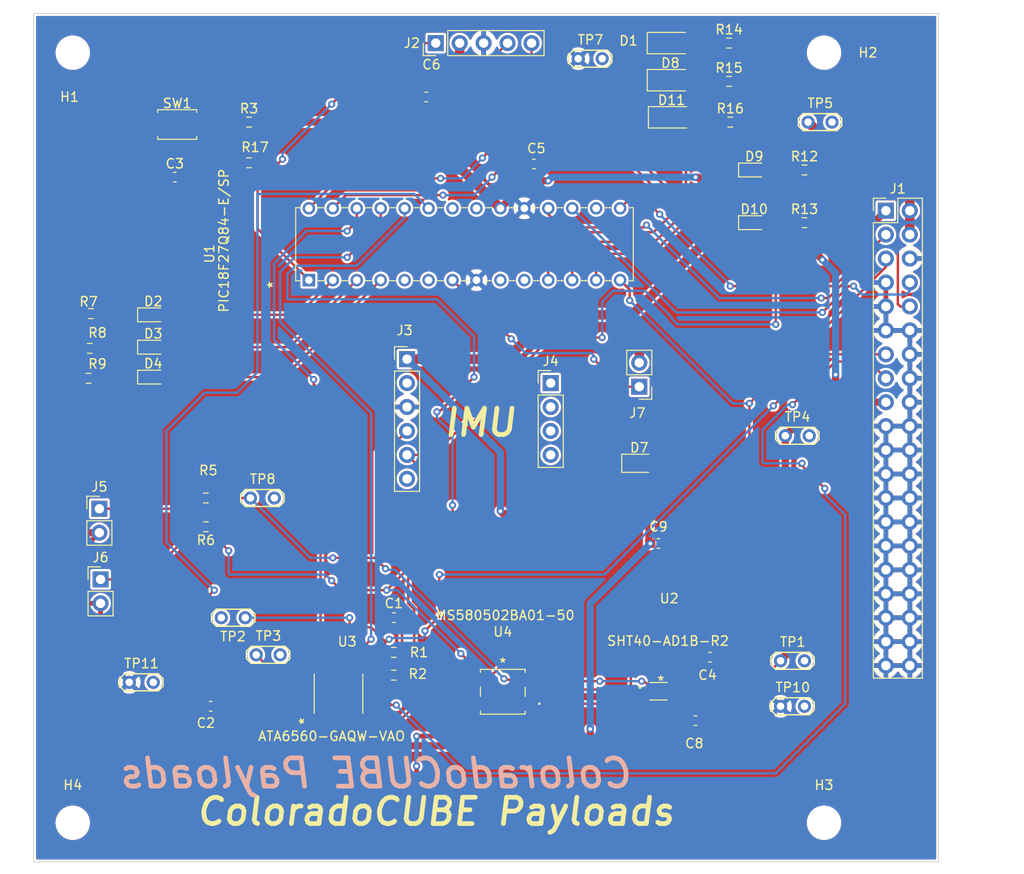
<source format=kicad_pcb>
(kicad_pcb (version 20211014) (generator pcbnew)
  (layers (0 "F.Cu" signal) (31 "B.Cu" signal) (34 "B.Paste" user) (35 "F.Paste" user) (36 "B.SilkS" user "B.Silkscreen") (37 "F.SilkS" user "F.Silkscreen") (38 "B.Mask" user) (39 "F.Mask" user) (44 "Edge.Cuts" user))
  (net 0 "")
  (net 1 "Net-(C1-Pad1)")
  (net 2 "GND")
  (net 3 "/+5V_VDD")
  (net 5 "Net-(D2-Pad1)")
  (net 6 "/LED_1")
  (net 7 "Net-(D3-Pad1)")
  (net 8 "/LED_2")
  (net 9 "Net-(D4-Pad1)")
  (net 10 "/LED_3")
  (net 11 "/LED_4")
  (net 12 "/LED_5")
  (net 14 "/RC6_TX")
  (net 15 "/RC7_RX")
  (net 16 "/CAN_Transceiver/CANH")
  (net 17 "/CAN_Transceiver/CANL")
  (net 18 "/MCLR")
  (net 19 "/ICSPD")
  (net 20 "/ICSPC")
  (net 21 "/SDA_RC4")
  (net 22 "/SCL_RC3")
  (net 23 "/CAN_Transceiver/CAN_RX")
  (net 24 "/CAN_Transceiver/CAN_TX")
  (net 25 "Net-(J7-Pad1)")
  (net 29 "/CAN_Transceiver/NSIL")
  (net 30 "/CAN_Transceiver/STBY")
  (net 31 "/CAN_Transceiver/PWR")
  (net 33 "/+3V3_VDD")
  (net 35 "Net-(D9-Pad2)")
  (net 36 "Net-(D10-Pad2)")
  (net 37 "Net-(D1-Pad1)")
  (net 38 "/RC0_D11")
  (net 39 "Net-(D8-Pad1)")
  (net 40 "/RC1_D12")
  (net 41 "Net-(D11-Pad1)")
  (net 42 "/RC2_D13")
  (net 43 "Net-(C3-Pad2)")
  (net 49 "Net-(J5-Pad1)")
  (net 50 "Net-(J6-Pad1)")
  (footprint "TestPoint:TestPoint_2Pads_Pitch2.54mm_Drill0.8mm" (layer "F.Cu") (at 162.306 46.863)
    (fp_text reference "TP7")
    (fp_text value "TestPoint")
  )
  (footprint "Capacitor_SMD:C_0603_1608Metric_Pad1.08x0.95mm_HandSolder" (layer "F.Cu") (at 142.748 106.172 180)
    (fp_text reference "C1")
    (fp_text value "4.7nF")
  )
  (footprint "Resistor_SMD:R_0603_1608Metric_Pad0.98x0.95mm_HandSolder" (layer "F.Cu") (at 110.49 77.597 180)
    (fp_text reference "R8")
    (fp_text value "330")
  )
  (footprint "LED_SMD:LED_0603_1608Metric_Pad1.05x0.95mm_HandSolder" (layer "F.Cu") (at 117.221 74.041)
    (fp_text reference "D2")
    (fp_text value "RED")
  )
  (footprint "Capacitor_SMD:C_0603_1608Metric_Pad1.08x0.95mm_HandSolder" (layer "F.Cu") (at 170.815 98.298 180)
    (fp_text reference "C9")
    (fp_text value "22uF")
  )
  (footprint "MS5805:MS580502BA01-50" (layer "F.Cu") (at 154.305 114.02695 180)
    (fp_text reference "U4")
    (fp_text value "MS580502BA01-50")
  )
  (footprint "Capacitor_SMD:C_0603_1608Metric_Pad1.08x0.95mm_HandSolder" (layer "F.Cu") (at 119.507 59.436)
    (fp_text reference "C3")
    (fp_text value "0.1uF")
  )
  (footprint "Capacitor_SMD:C_0603_1608Metric_Pad1.08x0.95mm_HandSolder" (layer "F.Cu") (at 176.276 110.363 180)
    (fp_text reference "C4")
    (fp_text value "0.1uF")
  )
  (footprint "footprintsSP:PIC18F27Q84-E&slash_SP" (layer "F.Cu") (at 133.731 70.358 90)
    (fp_text reference "U1")
    (fp_text value "PIC18F27Q84-E/SP")
  )
  (footprint "Connector_PinHeader_2.54mm:PinHeader_1x04_P2.54mm_Vertical" (layer "F.Cu") (at 159.385 81.28)
    (fp_text reference "J4")
    (fp_text value "Conn_01x04")
  )
  (footprint "Resistor_SMD:R_0603_1608Metric_Pad0.98x0.95mm_HandSolder" (layer "F.Cu") (at 110.363 80.772 180)
    (fp_text reference "R9")
    (fp_text value "330")
  )
  (footprint "Resistor_SMD:R_0603_1608Metric_Pad0.98x0.95mm_HandSolder" (layer "F.Cu") (at 122.809 93.472 180)
    (fp_text reference "R5")
    (fp_text value "10k")
  )
  (footprint "LED_SMD:LED_1206_3216Metric_Pad1.42x1.75mm_HandSolder" (layer "F.Cu") (at 172.212 53.086)
    (fp_text reference "D11")
    (fp_text value "LED_Filled")
  )
  (footprint "TestPoint:TestPoint_2Pads_Pitch2.54mm_Drill0.8mm" (layer "F.Cu") (at 126.98 106.172 180)
    (fp_text reference "TP2")
    (fp_text value "TestPoint")
  )
  (footprint "MountingHole:MountingHole_3mm" (layer "F.Cu") (at 108.683 46.23)
    (fp_text reference "H1")
    (fp_text value "3mm_Mounting_Hole")
  )
  (footprint "tem_sensor:SHT40-AD1B-R2" (layer "F.Cu") (at 170.815 113.97295)
    (fp_text reference "U2")
    (fp_text value "SHT40-AD1B-R2")
  )
  (footprint "Resistor_SMD:R_0603_1608Metric_Pad0.98x0.95mm_HandSolder" (layer "F.Cu") (at 122.809 96.52 180)
    (fp_text reference "R6")
    (fp_text value "10k")
  )
  (footprint "TestPoint:TestPoint_2Pads_Pitch2.54mm_Drill0.8mm" (layer "F.Cu") (at 127.528 93.472)
    (fp_text reference "TP8")
    (fp_text value "TestPoint")
  )
  (footprint "Connector_PinHeader_2.54mm:PinHeader_1x06_P2.54mm_Vertical" (layer "F.Cu") (at 144.145 78.74)
    (fp_text reference "J3")
    (fp_text value "Conn_01x06")
  )
  (footprint "Capacitor_SMD:C_0603_1608Metric_Pad1.08x0.95mm_HandSolder" (layer "F.Cu") (at 123.317 115.57 180)
    (fp_text reference "C2")
    (fp_text value "100nF")
  )
  (footprint "TestPoint:TestPoint_2Pads_Pitch2.54mm_Drill0.8mm" (layer "F.Cu") (at 183.769 110.744)
    (fp_text reference "TP1")
    (fp_text value "TestPoint")
  )
  (footprint "Resistor_SMD:R_0603_1608Metric_Pad0.98x0.95mm_HandSolder" (layer "F.Cu") (at 178.435 53.594)
    (fp_text reference "R16")
    (fp_text value "1k")
  )
  (footprint "Resistor_SMD:R_0603_1608Metric_Pad0.98x0.95mm_HandSolder" (layer "F.Cu") (at 142.748 112.268 180)
    (fp_text reference "R2")
    (fp_text value "60")
  )
  (footprint "Resistor_SMD:R_0603_1608Metric_Pad0.98x0.95mm_HandSolder" (layer "F.Cu") (at 178.308 45.212)
    (fp_text reference "R14")
    (fp_text value "1k")
  )
  (footprint "TestPoint:TestPoint_2Pads_Pitch2.54mm_Drill0.8mm" (layer "F.Cu") (at 186.69 53.594)
    (fp_text reference "TP5")
    (fp_text value "TestPoint")
  )
  (footprint "MountingHole:MountingHole_3mm" (layer "F.Cu") (at 108.683 127.93)
    (fp_text reference "H4")
    (fp_text value "3mm_Mounting_Hole")
  )
  (footprint "TestPoint:TestPoint_2Pads_Pitch2.54mm_Drill0.8mm" (layer "F.Cu") (at 183.769 115.57)
    (fp_text reference "TP10")
    (fp_text value "TestPoint")
  )
  (footprint "LED_SMD:LED_0603_1608Metric_Pad1.05x0.95mm_HandSolder" (layer "F.Cu") (at 180.975 58.674)
    (fp_text reference "D9")
    (fp_text value "RED")
  )
  (footprint "LED_SMD:LED_1206_3216Metric_Pad1.42x1.75mm_HandSolder" (layer "F.Cu") (at 172.085 45.212)
    (fp_text reference "D1")
    (fp_text value "LED_Filled")
  )
  (footprint "MountingHole:MountingHole_3mm" (layer "F.Cu") (at 188.383 46.23)
    (fp_text reference "H2")
    (fp_text value "3mm_Mounting_Hole")
  )
  (footprint "Button_Switch_SMD:SW_Push_SPST_NO_Alps_SKRK" (layer "F.Cu") (at 119.761 53.848)
    (fp_text reference "SW1")
    (fp_text value "SW_SPST")
  )
  (footprint "Connector_PinHeader_2.54mm:PinHeader_1x02_P2.54mm_Vertical" (layer "F.Cu") (at 168.783 81.666 180)
    (fp_text reference "J7")
    (fp_text value "Conn_01x02")
  )
  (footprint "Diode_SMD:D_0805_2012Metric_Pad1.15x1.40mm_HandSolder" (layer "F.Cu") (at 168.783 89.789)
    (fp_text reference "D7")
    (fp_text value "DIODE")
  )
  (footprint "Resistor_SMD:R_0603_1608Metric_Pad0.98x0.95mm_HandSolder" (layer "F.Cu") (at 178.308 49.276)
    (fp_text reference "R15")
    (fp_text value "1k")
  )
  (footprint "TestPoint:TestPoint_2Pads_Pitch2.54mm_Drill0.8mm" (layer "F.Cu") (at 184.277 86.868)
    (fp_text reference "TP4")
    (fp_text value "TestPoint")
  )
  (footprint "Resistor_SMD:R_0603_1608Metric_Pad0.98x0.95mm_HandSolder" (layer "F.Cu") (at 186.309 64.262)
    (fp_text reference "R13")
    (fp_text value "270")
  )
  (footprint "Resistor_SMD:R_0603_1608Metric_Pad0.98x0.95mm_HandSolder" (layer "F.Cu") (at 142.748 109.855)
    (fp_text reference "R1")
    (fp_text value "60")
  )
  (footprint "CAN_footprint:ATA6560-GAQW-VAO" (layer "F.Cu") (at 136.87425 114.2365 90)
    (fp_text reference "U3")
    (fp_text value "ATA6560-GAQW-VAO")
  )
  (footprint "Resistor_SMD:R_0603_1608Metric_Pad0.98x0.95mm_HandSolder" (layer "F.Cu") (at 110.617 73.914 180)
    (fp_text reference "R7")
    (fp_text value "330")
  )
  (footprint "Resistor_SMD:R_0603_1608Metric_Pad0.98x0.95mm_HandSolder" (layer "F.Cu") (at 127.381 57.912)
    (fp_text reference "R17")
    (fp_text value "100")
  )
  (footprint "Capacitor_SMD:C_0603_1608Metric_Pad1.08x0.95mm_HandSolder" (layer "F.Cu") (at 157.607 58.039 180)
    (fp_text reference "C5")
    (fp_text value "0.1uF")
  )
  (footprint "Capacitor_SMD:C_0603_1608Metric_Pad1.08x0.95mm_HandSolder" (layer "F.Cu") (at 146.177 50.927 180)
    (fp_text reference "C6")
    (fp_text value "0.1uF")
  )
  (footprint "Resistor_SMD:R_0603_1608Metric_Pad0.98x0.95mm_HandSolder" (layer "F.Cu") (at 186.309 58.674)
    (fp_text reference "R12")
    (fp_text value "470")
  )
  (footprint "Resistor_SMD:R_0603_1608Metric_Pad0.98x0.95mm_HandSolder" (layer "F.Cu") (at 127.381 53.594)
    (fp_text reference "R3")
    (fp_text value "10K")
  )
  (footprint "TestPoint:TestPoint_2Pads_Pitch2.54mm_Drill0.8mm" (layer "F.Cu") (at 128.143 110.109)
    (fp_text reference "TP3")
    (fp_text value "TestPoint")
  )
  (footprint "TestPoint:TestPoint_2Pads_Pitch2.54mm_Drill0.8mm" (layer "F.Cu") (at 114.681 113.03)
    (fp_text reference "TP11")
    (fp_text value "TestPoint")
  )
  (footprint "Connector_PinHeader_2.54mm:PinHeader_1x05_P2.54mm_Vertical" (layer "F.Cu") (at 147.193 45.212 90)
    (fp_text reference "J2")
    (fp_text value "Generic_Conn_01x05")
  )
  (footprint "MountingHole:MountingHole_3mm" (layer "F.Cu") (at 188.383 127.93)
    (fp_text reference "H3")
    (fp_text value "3mm_Mounting_Hole")
  )
  (footprint "LED_SMD:LED_0603_1608Metric_Pad1.05x0.95mm_HandSolder" (layer "F.Cu") (at 117.221 80.645)
    (fp_text reference "D4")
    (fp_text value "YELLOW")
  )
  (footprint "Capacitor_SMD:C_0603_1608Metric_Pad1.08x0.95mm_HandSolder" (layer "F.Cu") (at 174.752 117.094)
    (fp_text reference "C8")
    (fp_text value "0.1uF")
  )
  (footprint "Connector_PinHeader_2.54mm:PinHeader_1x02_P2.54mm_Vertical" (layer "F.Cu") (at 111.633 102.108)
    (fp_text reference "J6")
    (fp_text value "Conn_01x02")
  )
  (footprint "LED_SMD:LED_0603_1608Metric_Pad1.05x0.95mm_HandSolder" (layer "F.Cu") (at 180.975 64.262)
    (fp_text reference "D10")
    (fp_text value "RED")
  )
  (footprint "Connector_PinHeader_2.54mm:PinHeader_1x02_P2.54mm_Vertical" (layer "F.Cu") (at 111.506 94.615)
    (fp_text reference "J5")
    (fp_text value "Conn_01x02")
  )
  (footprint "LED_SMD:LED_0603_1608Metric_Pad1.05x0.95mm_HandSolder" (layer "F.Cu") (at 117.221 77.47)
    (fp_text reference "D3")
    (fp_text value "GREEN")
  )
  (footprint "LED_SMD:LED_1206_3216Metric_Pad1.42x1.75mm_HandSolder" (layer "F.Cu") (at 172.085 49.149)
    (fp_text reference "D8")
    (fp_text value "LED_Filled")
  )
  (footprint "Connector_PinHeader_2.54mm:PinHeader_2x20_P2.54mm_Vertical" (layer "F.Cu") (at 194.945 62.992)
    (fp_text reference "J1")
    (fp_text value "Conn_02x20_Odd_Even")
  )
  (gr_rect (start 104.533 42.08) (end 200.533 132.08) (layer "Edge.Cuts") (width 0.1) (fill none))
  (gr_text "ColoradoCUBE Payloads" (at 140.97 122.682) (layer "B.SilkS") (effects (font (size 3 3) (thickness 0.5) italic) (justify mirror)))
  (gr_text "ColoradoCUBE Payloads" (at 147.193 126.746) (layer "F.SilkS") (effects (font (size 2.794 2.794) (thickness 0.5) italic)))
  (gr_text "IMU" (at 151.892 85.471) (layer "F.SilkS") (effects (font (size 2.794 2.794) (thickness 0.5) italic)))
  (segment (start 143.6105 106.172) (end 143.6105 109.805) (width 0.254) (layer "F.Cu") (net 1))
  (segment (start 143.6605 112.268) (end 143.6605 109.855) (width 0.254) (layer "F.Cu") (net 1))
  (segment (start 143.6105 109.805) (end 143.6605 109.855) (width 0.254) (layer "F.Cu") (net 1))
  (segment (start 168.783 75.311) (end 167.513 74.041) (width 1.016) (layer "F.Cu") (net 3))
  (segment (start 167.758 89.789) (end 166.878 89.789) (width 0.762) (layer "F.Cu") (net 3))
  (segment (start 145.3145 53.1865) (end 144.907 53.594) (width 0.762) (layer "F.Cu") (net 3))
  (segment (start 168.783 79.126) (end 168.783 75.311) (width 1.016) (layer "F.Cu") (net 3))
  (segment (start 196.596 59.563) (end 192.786 59.563) (width 1.016) (layer "F.Cu") (net 3))
  (segment (start 175.006 59.436) (end 174.752 59.436) (width 0.762) (layer "F.Cu") (net 3))
  (segment (start 167.513 74.041) (end 168.021 74.041) (width 1.016) (layer "F.Cu") (net 3))
  (segment (start 159.385 74.041) (end 167.513 74.041) (width 1.016) (layer "F.Cu") (net 3))
  (segment (start 187.198 60.96) (end 187.198 58.6975) (width 1.016) (layer "F.Cu") (net 3))
  (segment (start 168.021 74.041) (end 175.641 66.421) (width 1.016) (layer "F.Cu") (net 3))
  (segment (start 176.657 61.087) (end 187.071 61.087) (width 1.016) (layer "F.Cu") (net 3))
  (segment (start 145.3145 50.927) (end 145.3145 53.1865) (width 0.762) (layer "F.Cu") (net 3))
  (segment (start 192.659 59.563) (end 192.786 59.563) (width 1.016) (layer "F.Cu") (net 3))
  (segment (start 197.485 62.992) (end 197.485 60.452) (width 1.016) (layer "F.Cu") (net 3))
  (segment (start 149.733 45.212) (end 149.733 58.42) (width 1.016) (layer "F.Cu") (net 3))
  (segment (start 175.641 62.103) (end 176.657 61.087) (width 1.016) (layer "F.Cu") (net 3))
  (segment (start 154.305 95.123) (end 154.051 94.869) (width 0.762) (layer "F.Cu") (net 3))
  (segment (start 156.7445 58.039) (end 156.7445 60.0445) (width 0.762) (layer "F.Cu") (net 3))
  (segment (start 197.485 60.452) (end 196.596 59.563) (width 1.016) (layer "F.Cu") (net 3))
  (segment (start 190.373 61.214) (end 187.452 61.214) (width 1.016) (layer "F.Cu") (net 3))
  (segment (start 154.686 78.74) (end 159.385 74.041) (width 1.016) (layer "F.Cu") (net 3))
  (segment (start 156.7445 60.0445) (end 154.051 62.738) (width 0.762) (layer "F.Cu") (net 3))
  (segment (start 149.733 58.42) (end 154.051 62.738) (width 1.016) (layer "F.Cu") (net 3))
  (segment (start 187.071 61.087) (end 187.198 60.96) (width 1.016) (layer "F.Cu") (net 3))
  (segment (start 159.131 59.817) (end 156.972 59.817) (width 0.762) (layer "F.Cu") (net 3))
  (segment (start 186.69 53.594) (end 192.659 59.563) (width 1.016) (layer "F.Cu") (net 3))
  (segment (start 175.641 66.421) (end 175.641 62.103) (width 1.016) (layer "F.Cu") (net 3))
  (segment (start 192.024 59.563) (end 190.373 61.214) (width 1.016) (layer "F.Cu") (net 3))
  (segment (start 187.452 61.214) (end 187.198 60.96) (width 1.016) (layer "F.Cu") (net 3))
  (segment (start 149.733 58.42) (end 144.907 53.594) (width 0.762) (layer "F.Cu") (net 3))
  (segment (start 197.485 65.532) (end 197.485 62.992) (width 1.016) (layer "F.Cu") (net 3))
  (segment (start 144.907 53.594) (end 128.2935 53.594) (width 0.762) (layer "F.Cu") (net 3))
  (segment (start 176.657 61.087) (end 175.006 59.436) (width 0.762) (layer "F.Cu") (net 3))
  (segment (start 187.198 58.6975) (end 187.2215 58.674) (width 1.016) (layer "F.Cu") (net 3))
  (segment (start 192.786 59.563) (end 192.024 59.563) (width 1.016) (layer "F.Cu") (net 3))
  (segment (start 166.878 89.789) (end 161.544 95.123) (width 0.762) (layer "F.Cu") (net 3))
  (segment (start 161.544 95.123) (end 154.305 95.123) (width 0.762) (layer "F.Cu") (net 3))
  (segment (start 144.145 78.74) (end 154.686 78.74) (width 1.016) (layer "F.Cu") (net 3))
  (segment (start 156.972 59.817) (end 156.7445 60.0445) (width 0.762) (layer "F.Cu") (net 3))
  (via (at 154.051 94.869) (size 0.762) (drill 0.381) (layers "F.Cu" "B.Cu") (net 3))
  (via (at 159.131 59.817) (size 0.762) (drill 0.381) (layers "F.Cu" "B.Cu") (net 3))
  (via (at 174.752 59.436) (size 0.762) (drill 0.381) (layers "F.Cu" "B.Cu") (net 3))
  (segment (start 174.752 59.436) (end 159.512 59.436) (width 0.762) (layer "B.Cu") (net 3))
  (segment (start 159.512 59.436) (end 159.131 59.817) (width 0.762) (layer "B.Cu") (net 3))
  (segment (start 154.051 94.869) (end 154.051 88.646) (width 0.762) (layer "B.Cu") (net 3))
  (segment (start 154.051 88.646) (end 144.145 78.74) (width 0.762) (layer "B.Cu") (net 3))
  (segment (start 116.219 73.914) (end 116.346 74.041) (width 0.254) (layer "F.Cu") (net 5))
  (segment (start 111.5295 73.914) (end 116.219 73.914) (width 0.254) (layer "F.Cu") (net 5))
  (segment (start 118.096 74.041) (end 132.588 74.041) (width 0.254) (layer "F.Cu") (net 6))
  (segment (start 132.588 74.041) (end 136.271 70.358) (width 0.254) (layer "F.Cu") (net 6))
  (segment (start 111.4025 77.597) (end 116.219 77.597) (width 0.254) (layer "F.Cu") (net 7))
  (segment (start 116.219 77.597) (end 116.346 77.47) (width 0.254) (layer "F.Cu") (net 7))
  (segment (start 118.096 77.47) (end 131.699 77.47) (width 0.254) (layer "F.Cu") (net 8))
  (segment (start 131.699 77.47) (end 138.811 70.358) (width 0.254) (layer "F.Cu") (net 8))
  (segment (start 116.219 80.772) (end 116.346 80.645) (width 0.254) (layer "F.Cu") (net 9))
  (segment (start 111.2755 80.772) (end 116.219 80.772) (width 0.254) (layer "F.Cu") (net 9))
  (segment (start 131.064 80.645) (end 141.351 70.358) (width 0.254) (layer "F.Cu") (net 10))
  (segment (start 118.096 80.645) (end 131.064 80.645) (width 0.254) (layer "F.Cu") (net 10))
  (segment (start 188.214 73.787) (end 191.008 70.993) (width 0.254) (layer "F.Cu") (net 14))
  (segment (start 191.008 70.993) (end 191.516 70.993) (width 0.254) (layer "F.Cu") (net 14))
  (via (at 188.214 73.787) (size 0.762) (drill 0.381) (layers "F.Cu" "B.Cu") (net 14))
  (via (at 191.516 70.993) (size 0.762) (drill 0.381) (layers "F.Cu" "B.Cu") (net 14))
  (segment (start 172.72 73.787) (end 188.214 73.787) (width 0.254) (layer "B.Cu") (net 14))
  (segment (start 191.516 70.993) (end 192.405 71.882) (width 0.254) (layer "B.Cu") (net 14))
  (segment (start 197.485 71.501) (end 197.485 70.612) (width 0.254) (layer "B.Cu") (net 14))
  (segment (start 192.405 71.882) (end 197.104 71.882) (width 0.254) (layer "B.Cu") (net 14))
  (segment (start 197.104 71.882) (end 197.485 71.501) (width 0.254) (layer "B.Cu") (net 14))
  (segment (start 161.671 62.738) (end 172.72 73.787) (width 0.254) (layer "B.Cu") (net 14))
  (segment (start 196.088 66.802) (end 196.215 66.929) (width 0.254) (layer "F.Cu") (net 15))
  (segment (start 159.131 63.373) (end 160.528 64.77) (width 0.254) (layer "F.Cu") (net 15))
  (segment (start 159.131 62.738) (end 159.131 63.373) (width 0.254) (layer "F.Cu") (net 15))
  (segment (start 194.31 66.802) (end 196.088 66.802) (width 0.254) (layer "F.Cu") (net 15))
  (segment (start 196.469 73.152) (end 197.485 73.152) (width 0.254) (layer "F.Cu") (net 15))
  (segment (start 196.215 66.929) (end 196.215 72.898) (width 0.254) (layer "F.Cu") (net 15))
  (segment (start 188.849 72.263) (end 194.31 66.802) (width 0.254) (layer "F.Cu") (net 15))
  (segment (start 196.215 72.898) (end 196.469 73.152) (width 0.254) (layer "F.Cu") (net 15))
  (segment (start 188.087 72.263) (end 188.849 72.263) (width 0.254) (layer "F.Cu") (net 15))
  (segment (start 160.528 64.77) (end 169.291 64.77) (width 0.254) (layer "F.Cu") (net 15))
  (segment (start 169.291 64.77) (end 169.545 64.516) (width 0.254) (layer "F.Cu") (net 15))
  (via (at 169.545 64.516) (size 0.762) (drill 0.381) (layers "F.Cu" "B.Cu") (net 15))
  (via (at 188.087 72.263) (size 0.762) (drill 0.381) (layers "F.Cu" "B.Cu") (net 15))
  (segment (start 177.292 72.263) (end 188.087 72.263) (width 0.254) (layer "B.Cu") (net 15))
  (segment (start 169.545 64.516) (end 177.292 72.263) (width 0.254) (layer "B.Cu") (net 15))
  (segment (start 188.468 78.232) (end 194.945 78.232) (width 0.254) (layer "F.Cu") (net 16))
  (segment (start 141.8355 108.6885) (end 142.0095 108.6885) (width 0.254) (layer "F.Cu") (net 16))
  (segment (start 136.23925 108.61675) (end 137.668 107.188) (width 0.254) (layer "F.Cu") (net 16))
  (segment (start 138.049 106.172) (end 138.049 107.061) (width 0.254) (layer "F.Cu") (net 16))
  (segment (start 138.176 107.188) (end 140.335 107.188) (width 0.254) (layer "F.Cu") (net 16))
  (segment (start 142.0095 108.6885) (end 142.24 108.458) (width 0.254) (layer "F.Cu") (net 16))
  (segment (start 146.05 107.569) (end 147.574 106.045) (width 0.254) (layer "F.Cu") (net 16))
  (segment (start 183.007 83.693) (end 188.468 78.232) (width 0.254) (layer "F.Cu") (net 16))
  (segment (start 137.668 107.188) (end 138.176 107.188) (width 0.254) (layer "F.Cu") (net 16))
  (segment (start 141.8355 108.6885) (end 141.8355 109.855) (width 0.254) (layer "F.Cu") (net 16))
  (segment (start 140.335 107.188) (end 141.8355 108.6885) (width 0.254) (layer "F.Cu") (net 16))
  (segment (start 147.574 106.045) (end 147.574 101.6) (width 0.254) (layer "F.Cu") (net 16))
  (segment (start 136.23925 111.5822) (end 136.23925 108.61675) (width 0.254) (layer "F.Cu") (net 16))
  (segment (start 138.049 107.061) (end 138.176 107.188) (width 0.254) (layer "F.Cu") (net 16))
  (via (at 146.05 107.569) (size 0.762) (drill 0.381) (layers "F.Cu" "B.Cu") (net 16))
  (via (at 142.24 108.458) (size 0.762) (drill 0.381) (layers "F.Cu" "B.Cu") (net 16))
  (via (at 138.049 106.172) (size 0.762) (drill 0.381) (layers "F.Cu" "B.Cu") (net 16))
  (via (at 183.007 83.693) (size 0.762) (drill 0.381) (layers "F.Cu" "B.Cu") (net 16))
  (via (at 147.574 101.6) (size 0.762) (drill 0.381) (layers "F.Cu" "B.Cu") (net 16))
  (segment (start 146.05 108.077) (end 146.05 107.569) (width 0.254) (layer "B.Cu") (net 16))
  (segment (start 142.24 108.458) (end 142.367 108.331) (width 0.254) (layer "B.Cu") (net 16))
  (segment (start 165.1 101.6) (end 183.007 83.693) (width 0.254) (layer "B.Cu") (net 16))
  (segment (start 147.574 101.6) (end 165.1 101.6) (width 0.254) (layer "B.Cu") (net 16))
  (segment (start 145.796 108.331) (end 146.05 108.077) (width 0.254) (layer "B.Cu") (net 16))
  (segment (start 126.98 106.172) (end 138.049 106.172) (width 0.254) (layer "B.Cu") (net 16))
  (segment (start 142.367 108.331) (end 145.796 108.331) (width 0.254) (layer "B.Cu") (net 16))
  (segment (start 141.8355 114.7845) (end 142.367 115.316) (width 0.254) (layer "F.Cu") (net 17))
  (segment (start 138.684 113.538) (end 137.50925 112.36325) (width 0.254) (layer "F.Cu") (net 17))
  (segment (start 185.801 90.043) (end 186.055 89.789) (width 0.254) (layer "F.Cu") (net 17))
  (segment (start 141.8355 112.268) (end 141.8355 114.7845) (width 0.254) (layer "F.Cu") (net 17))
  (segment (start 189.611 78.994) (end 193.167 78.994) (width 0.254) (layer "F.Cu") (net 17))
  (segment (start 141.8355 112.268) (end 140.5655 113.538) (width 0.254) (layer "F.Cu") (net 17))
  (segment (start 142.367 115.316) (end 142.494 115.443) (width 0.254) (layer "F.Cu") (net 17))
  (segment (start 185.039 83.566) (end 189.611 78.994) (width 0.254) (layer "F.Cu") (net 17))
  (segment (start 128.143 110.109) (end 131.953 113.919) (width 0.254) (layer "F.Cu") (net 17))
  (segment (start 131.953 113.919) (end 140.1845 113.919) (width 0.254) (layer "F.Cu") (net 17))
  (segment (start 140.5655 113.538) (end 138.684 113.538) (width 0.254) (layer "F.Cu") (net 17))
  (segment (start 186.055 90.043) (end 185.801 90.043) (width 0.254) (layer "F.Cu") (net 17))
  (segment (start 193.167 78.994) (end 194.945 80.772) (width 0.254) (layer "F.Cu") (net 17))
  (segment (start 137.50925 112.36325) (end 137.50925 111.5822) (width 0.254) (layer "F.Cu") (net 17))
  (segment (start 140.1845 113.919) (end 141.8355 112.268) (width 0.254) (layer "F.Cu") (net 17))
  (segment (start 188.468 92.456) (end 186.055 90.043) (width 0.254) (layer "F.Cu") (net 17))
  (segment (start 142.494 115.443) (end 143.002 115.443) (width 0.254) (layer "F.Cu") (net 17))
  (via (at 143.002 115.443) (size 0.762) (drill 0.381) (layers "F.Cu" "B.Cu") (net 17))
  (via (at 188.468 92.456) (size 0.762) (drill 0.381) (layers "F.Cu" "B.Cu") (net 17))
  (via (at 186.055 89.789) (size 0.762) (drill 0.381) (layers "F.Cu" "B.Cu") (net 17))
  (via (at 185.039 83.566) (size 0.762) (drill 0.381) (layers "F.Cu" "B.Cu") (net 17))
  (segment (start 184.531 83.566) (end 185.039 83.566) (width 0.254) (layer "B.Cu") (net 17))
  (segment (start 188.468 93.091) (end 188.468 92.837) (width 0.254) (layer "B.Cu") (net 17))
  (segment (start 186.055 89.789) (end 181.991 89.789) (width 0.254) (layer "B.Cu") (net 17))
  (segment (start 181.991 89.789) (end 181.864 89.662) (width 0.254) (layer "B.Cu") (net 17))
  (segment (start 143.002 115.443) (end 150.241 122.682) (width 0.254) (layer "B.Cu") (net 17))
  (segment (start 190.627 95.25) (end 188.468 93.091) (width 0.254) (layer "B.Cu") (net 17))
  (segment (start 183.261 122.682) (end 190.627 115.316) (width 0.254) (layer "B.Cu") (net 17))
  (segment (start 188.595 92.71) (end 188.468 92.583) (width 0.254) (layer "B.Cu") (net 17))
  (segment (start 181.864 86.233) (end 184.531 83.566) (width 0.254) (layer "B.Cu") (net 17))
  (segment (start 188.468 92.583) (end 188.468 92.456) (width 0.254) (layer "B.Cu") (net 17))
  (segment (start 188.468 92.837) (end 188.595 92.71) (width 0.254) (layer "B.Cu") (net 17))
  (segment (start 181.864 89.662) (end 181.864 86.233) (width 0.254) (layer "B.Cu") (net 17))
  (segment (start 190.627 115.316) (end 190.627 95.25) (width 0.254) (layer "B.Cu") (net 17))
  (segment (start 150.241 122.682) (end 183.261 122.682) (width 0.254) (layer "B.Cu") (net 17))
  (segment (start 130.556 57.912) (end 128.2935 57.912) (width 0.254) (layer "F.Cu") (net 18))
  (segment (start 142.621 45.212) (end 136.144 51.689) (width 0.254) (layer "F.Cu") (net 18))
  (segment (start 147.193 45.212) (end 142.621 45.212) (width 0.254) (layer "F.Cu") (net 18))
  (segment (start 130.937 57.531) (end 130.556 57.912) (width 0.254) (layer "F.Cu") (net 18))
  (segment (start 133.731 70.358) (end 128.2935 64.9205) (width 0.254) (layer "F.Cu") (net 18))
  (segment (start 128.2935 64.9205) (end 128.2935 57.912) (width 0.254) (layer "F.Cu") (net 18))
  (via (at 130.937 57.531) (size 0.762) (drill 0.381) (layers "F.Cu" "B.Cu") (net 18))
  (via (at 136.144 51.689) (size 0.762) (drill 0.381) (layers "F.Cu" "B.Cu") (net 18))
  (segment (start 136.144 51.689) (end 130.937 56.896) (width 0.254) (layer "B.Cu") (net 18))
  (segment (start 130.937 56.896) (end 130.937 57.531) (width 0.254) (layer "B.Cu") (net 18))
  (segment (start 154.813 45.212) (end 152.527 47.498) (width 0.254) (layer "F.Cu") (net 19))
  (segment (start 147.701 59.563) (end 136.906 59.563) (width 0.254) (layer "F.Cu") (net 19))
  (segment (start 152.527 56.007) (end 152.527 57.023) (width 0.254) (layer "F.Cu") (net 19))
  (segment (start 152.527 47.498) (end 152.527 56.007) (width 0.254) (layer "F.Cu") (net 19))
  (segment (start 152.527 57.023) (end 152.146 57.404) (width 0.254) (layer "F.Cu") (net 19))
  (segment (start 136.906 59.563) (end 133.731 62.738) (width 0.254) (layer "F.Cu") (net 19))
  (via (at 147.701 59.563) (size 0.762) (drill 0.381) (layers "F.Cu" "B.Cu") (net 19))
  (via (at 152.146 57.404) (size 0.762) (drill 0.381) (layers "F.Cu" "B.Cu") (net 19))
  (segment (start 149.987 59.563) (end 147.701 59.563) (width 0.254) (layer "B.Cu") (net 19))
  (segment (start 152.146 57.404) (end 149.987 59.563) (width 0.254) (layer "B.Cu") (net 19))
  (segment (start 157.353 55.245) (end 153.162 59.436) (width 0.254) (layer "F.Cu") (net 20))
  (segment (start 147.955 61.341) (end 137.668 61.341) (width 0.254) (layer "F.Cu") (net 20))
  (segment (start 137.668 61.341) (end 136.271 62.738) (width 0.254) (layer "F.Cu") (net 20))
  (segment (start 157.353 45.212) (end 157.353 55.245) (width 0.254) (layer "F.Cu") (net 20))
  (via (at 153.162 59.436) (size 0.762) (drill 0.381) (layers "F.Cu" "B.Cu") (net 20))
  (via (at 147.955 61.341) (size 0.762) (drill 0.381) (layers "F.Cu" "B.Cu") (net 20))
  (segment (start 153.162 59.436) (end 151.257 61.341) (width 0.254) (layer "B.Cu") (net 20))
  (segment (start 151.257 61.341) (end 147.955 61.341) (width 0.254) (layer "B.Cu") (net 20))
  (segment (start 137.16 103.251) (end 136.144 102.235) (width 0.254) (layer "F.Cu") (net 21))
  (segment (start 164.592 112.903) (end 158.877 112.903) (width 0.254) (layer "F.Cu") (net 21))
  (segment (start 189.484 70.993) (end 194.945 65.532) (width 0.254) (layer "F.Cu") (net 21))
  (segment (start 157.226 111.252) (end 154.159951 111.252) (width 0.254) (layer "F.Cu") (net 21))
  (segment (start 144.145 88.9) (end 146.939 88.9) (width 0.254) (layer "F.Cu") (net 21))
  (segment (start 146.939 88.9) (end 156.083 79.756) (width 0.254) (layer "F.Cu") (net 21))
  (segment (start 156.083 79.756) (end 159.385 76.454) (width 0.254) (layer "F.Cu") (net 21))
  (segment (start 169.672 62.103) (end 170.942 63.373) (width 0.254) (layer "F.Cu") (net 21))
  (segment (start 146.685 90.932) (end 146.685 98.552) (width 0.254) (layer "F.Cu") (net 21))
  (segment (start 169.037 112.903) (end 169.291 112.903) (width 0.254) (layer "F.Cu") (net 21))
  (segment (start 144.145 88.9) (end 146.177 90.932) (width 0.254) (layer "F.Cu") (net 21))
  (segment (start 166.751 62.738) (end 167.386 62.103) (width 0.254) (layer "F.Cu") (net 21))
  (segment (start 169.291 112.903) (end 169.960951 113.572951) (width 0.254) (layer "F.Cu") (net 21))
  (segment (start 183.261 75.057) (end 183.261 71.12) (width 0.254) (layer "F.Cu") (net 21))
  (segment (start 178.435 70.993) (end 183.388 70.993) (width 0.254) (layer "F.Cu") (net 21))
  (segment (start 146.685 98.552) (end 141.986 103.251) (width 0.254) (layer "F.Cu") (net 21))
  (segment (start 152.655001 112.75695) (end 152.63495 112.75695) (width 0.254) (layer "F.Cu") (net 21))
  (segment (start 169.960951 113.572951) (end 170.0657 113.572951) (width 0.254) (layer "F.Cu") (net 21))
  (segment (start 154.159951 111.252) (end 152.655001 112.75695) (width 0.254) (layer "F.Cu") (net 21))
  (segment (start 125.222 99.06) (end 123.7215 97.5595) (width 0.254) (layer "F.Cu") (net 21))
  (segment (start 158.877 112.903) (end 157.226 111.252) (width 0.254) (layer "F.Cu") (net 21))
  (segment (start 152.63495 112.75695) (end 149.86 109.982) (width 0.254) (layer "F.Cu") (net 21))
  (segment (start 141.986 103.251) (end 137.16 103.251) (width 0.254) (layer "F.Cu") (net 21))
  (segment (start 183.261 71.12) (end 183.388 70.993) (width 0.254) (layer "F.Cu") (net 21))
  (segment (start 146.177 90.932) (end 146.685 90.932) (width 0.254) (layer "F.Cu") (net 21))
  (segment (start 159.385 76.454) (end 164.846 76.454) (width 0.254) (layer "F.Cu") (net 21))
  (segment (start 167.386 62.103) (end 169.672 62.103) (width 0.254) (layer "F.Cu") (net 21))
  (segment (start 123.7215 97.5595) (end 123.7215 96.52) (width 0.254) (layer "F.Cu") (net 21))
  (segment (start 183.388 70.993) (end 189.484 70.993) (width 0.254) (layer "F.Cu") (net 21))
  (via (at 136.144 102.235) (size 0.762) (drill 0.381) (layers "F.Cu" "B.Cu") (net 21))
  (via (at 178.435 70.993) (size 0.762) (drill 0.381) (layers "F.Cu" "B.Cu") (net 21))
  (via (at 164.592 112.903) (size 0.762) (drill 0.381) (layers "F.Cu" "B.Cu") (net 21))
  (via (at 170.942 63.373) (size 0.762) (drill 0.381) (layers "F.Cu" "B.Cu") (net 21))
  (via (at 141.986 103.251) (size 0.762) (drill 0.381) (layers "F.Cu" "B.Cu") (net 21))
  (via (at 125.222 99.06) (size 0.762) (drill 0.381) (layers "F.Cu" "B.Cu") (net 21))
  (via (at 149.86 109.982) (size 0.762) (drill 0.381) (layers "F.Cu" "B.Cu") (net 21))
  (via (at 164.846 76.454) (size 0.762) (drill 0.381) (layers "F.Cu" "B.Cu") (net 21))
  (via (at 183.261 75.057) (size 0.762) (drill 0.381) (layers "F.Cu" "B.Cu") (net 21))
  (via (at 169.037 112.903) (size 0.762) (drill 0.381) (layers "F.Cu" "B.Cu") (net 21))
  (segment (start 172.212 74.422) (end 172.847 75.057) (width 0.254) (layer "B.Cu") (net 21))
  (segment (start 164.846 72.644) (end 164.973 72.517) (width 0.254) (layer "B.Cu") (net 21))
  (segment (start 169.418 71.501) (end 172.212 74.295) (width 0.254) (layer "B.Cu") (net 21))
  (segment (start 149.86 109.982) (end 143.129 103.251) (width 0.254) (layer "B.Cu") (net 21))
  (segment (start 125.222 101.473) (end 125.222 99.06) (width 0.254) (layer "B.Cu") (net 21))
  (segment (start 125.349 101.6) (end 125.222 101.473) (width 0.254) (layer "B.Cu") (net 21))
  (segment (start 164.846 76.454) (end 164.846 72.644) (width 0.254) (layer "B.Cu") (net 21))
  (segment (start 172.212 74.295) (end 172.212 74.422) (width 0.254) (layer "B.Cu") (net 21))
  (segment (start 164.973 72.517) (end 165.989 71.501) (width 0.254) (layer "B.Cu") (net 21))
  (segment (start 170.942 63.373) (end 178.435 70.866) (width 0.254) (layer "B.Cu") (net 21))
  (segment (start 168.656 112.903) (end 169.037 112.903) (width 0.254) (layer "B.Cu") (net 21))
  (segment (start 143.129 103.251) (end 141.986 103.251) (width 0.254) (layer "B.Cu") (net 21))
  (segment (start 136.144 102.235) (end 135.509 101.6) (width 0.254) (layer "B.Cu") (net 21))
  (segment (start 165.989 71.501) (end 169.418 71.501) (width 0.254) (layer "B.Cu") (net 21))
  (segment (start 178.435 70.866) (end 178.435 70.993) (width 0.254) (layer "B.Cu") (net 21))
  (segment (start 172.847 75.057) (end 183.261 75.057) (width 0.254) (layer "B.Cu") (net 21))
  (segment (start 135.509 101.6) (end 125.349 101.6) (width 0.254) (layer "B.Cu") (net 21))
  (segment (start 168.656 112.903) (end 164.592 112.903) (width 0.254) (layer "B.Cu") (net 21))
  (segment (start 154.53995 112.75695) (end 154.432 112.649) (width 0.254) (layer "F.Cu") (net 22))
  (segment (start 180.467 83.439) (end 194.945 68.961) (width 0.254) (layer "F.Cu") (net 22))
  (segment (start 167.894 113.792) (end 167.894 106.299) (width 0.254) (layer "F.Cu") (net 22))
  (segment (start 167.894 113.792) (end 156.990049 113.792) (width 0.254) (layer "F.Cu") (net 22))
  (segment (start 141.859 100.965) (end 141.224 100.33) (width 0.254) (layer "F.Cu") (net 22))
  (segment (start 141.859 88.646) (end 140.97 88.646) (width 0.254) (layer "F.Cu") (net 22))
  (segment (start 140.716 99.822) (end 136.271 99.822) (width 0.254) (layer "F.Cu") (net 22))
  (segment (start 141.224 100.33) (end 140.716 99.822) (width 0.254) (layer "F.Cu") (net 22))
  (segment (start 168.474949 114.372949) (end 167.894 113.792) (width 0.254) (layer "F.Cu") (net 22))
  (segment (start 123.7215 93.472) (end 127.528 93.472) (width 0.254) (layer "F.Cu") (net 22))
  (segment (start 155.954999 112.75695) (end 154.53995 112.75695) (width 0.254) (layer "F.Cu") (net 22))
  (segment (start 180.467 93.726) (end 180.467 84.201) (width 0.254) (layer "F.Cu") (net 22))
  (segment (start 194.945 68.961) (end 194.945 68.072) (width 0.254) (layer "F.Cu") (net 22))
  (segment (start 170.0657 114.372949) (end 168.474949 114.372949) (width 0.254) (layer "F.Cu") (net 22))
  (segment (start 180.213 93.98) (end 180.467 93.726) (width 0.254) (layer "F.Cu") (net 22))
  (segment (start 166.751 70.358) (end 167.767 71.374) (width 0.254) (layer "F.Cu") (net 22))
  (segment (start 167.767 71.374) (end 167.767 72.517) (width 0.254) (layer "F.Cu") (net 22))
  (segment (start 140.97 88.646) (end 140.97 100.076) (width 0.254) (layer "F.Cu") (net 22))
  (segment (start 144.145 86.36) (end 141.859 88.646) (width 0.254) (layer "F.Cu") (net 22))
  (segment (start 167.894 106.299) (end 180.213 93.98) (width 0.254) (layer "F.Cu") (net 22))
  (segment (start 140.97 100.076) (end 141.224 100.33) (width 0.254) (layer "F.Cu") (net 22))
  (segment (start 156.990049 113.792) (end 155.954999 112.75695) (width 0.254) (layer "F.Cu") (net 22))
  (segment (start 180.467 84.201) (end 180.467 83.439) (width 0.254) (layer "F.Cu") (net 22))
  (via (at 167.767 72.517) (size 0.762) (drill 0.381) (layers "F.Cu" "B.Cu") (net 22))
  (via (at 141.859 100.965) (size 0.762) (drill 0.381) (layers "F.Cu" "B.Cu") (net 22))
  (via (at 154.432 112.649) (size 0.762) (drill 0.381) (layers "F.Cu" "B.Cu") (net 22))
  (via (at 180.467 83.439) (size 0.762) (drill 0.381) (layers "F.Cu" "B.Cu") (net 22))
  (via (at 136.271 99.822) (size 0.762) (drill 0.381) (layers "F.Cu" "B.Cu") (net 22))
  (segment (start 136.271 99.822) (end 133.878 99.822) (width 0.254) (layer "B.Cu") (net 22))
  (segment (start 142.24 101.092) (end 141.986 101.092) (width 0.254) (layer "B.Cu") (net 22))
  (segment (start 133.878 99.822) (end 127.528 93.472) (width 0.254) (layer "B.Cu") (net 22))
  (segment (start 141.986 101.092) (end 141.859 100.965) (width 0.254) (layer "B.Cu") (net 22))
  (segment (start 142.875 101.092) (end 142.24 101.092) (width 0.254) (layer "B.Cu") (net 22))
  (segment (start 167.767 72.517) (end 178.689 83.439) (width 0.254) (layer "B.Cu") (net 22))
  (segment (start 178.689 83.439) (end 180.467 83.439) (width 0.254) (layer "B.Cu") (net 22))
  (segment (start 154.432 112.649) (end 142.875 101.092) (width 0.254) (layer "B.Cu") (net 22))
  (segment (start 147.32 84.328) (end 147.574 84.328) (width 0.254) (layer "F.Cu") (net 23))
  (segment (start 144.907 115.57) (end 143.5862 116.8908) (width 0.254) (layer "F.Cu") (net 23))
  (segment (start 143.5862 116.8908) (end 138.77925 116.8908) (width 0.254) (layer "F.Cu") (net 23))
  (segment (start 144.272 101.981) (end 144.272 104.648) (width 0.254) (layer "F.Cu") (net 23))
  (segment (start 144.907 105.283) (end 144.907 115.57) (width 0.254) (layer "F.Cu") (net 23))
  (segment (start 148.971 97.282) (end 144.272 101.981) (width 0.254) (layer "F.Cu") (net 23))
  (segment (start 148.971 94.234) (end 148.971 97.282) (width 0.254) (layer "F.Cu") (net 23))
  (segment (start 147.574 84.328) (end 151.257 80.645) (width 0.254) (layer "F.Cu") (net 23))
  (segment (start 144.272 104.648) (end 144.907 105.283) (width 0.254) (layer "F.Cu") (net 23))
  (via (at 151.257 80.645) (size 0.762) (drill 0.381) (layers "F.Cu" "B.Cu") (net 23))
  (via (at 147.32 84.328) (size 0.762) (drill 0.381) (layers "F.Cu" "B.Cu") (net 23))
  (via (at 148.971 94.234) (size 0.762) (drill 0.381) (layers "F.Cu" "B.Cu") (net 23))
  (segment (start 148.971 94.234) (end 148.971 86.614) (width 0.254) (layer "B.Cu") (net 23))
  (segment (start 147.32 72.39) (end 131.445 72.39) (width 0.254) (layer "B.Cu") (net 23))
  (segment (start 151.257 80.645) (end 151.257 76.327) (width 0.254) (layer "B.Cu") (net 23))
  (segment (start 151.257 76.327) (end 147.32 72.39) (width 0.254) (layer "B.Cu") (net 23))
  (segment (start 138.811 68.834) (end 143.891 63.754) (width 0.254) (layer "B.Cu") (net 23))
  (segment (start 131.445 69.723) (end 132.334 68.834) (width 0.254) (layer "B.Cu") (net 23))
  (segment (start 143.891 63.754) (end 143.891 62.738) (width 0.254) (layer "B.Cu") (net 23))
  (segment (start 147.32 84.963) (end 147.32 84.328) (width 0.254) (layer "B.Cu") (net 23))
  (segment (start 148.971 86.614) (end 147.32 84.963) (width 0.254) (layer "B.Cu") (net 23))
  (segment (start 132.334 68.834) (end 138.811 68.834) (width 0.254) (layer "B.Cu") (net 23))
  (segment (start 131.445 72.39) (end 131.445 69.723) (width 0.254) (layer "B.Cu") (net 23))
  (segment (start 120.65 107.188) (end 120.65 106.299) (width 0.254) (layer "F.Cu") (net 24))
  (segment (start 134.96925 116.8908) (end 130.3528 116.8908) (width 0.254) (layer "F.Cu") (net 24))
  (segment (start 130.3528 116.8908) (end 120.65 107.188) (width 0.254) (layer "F.Cu") (net 24))
  (segment (start 120.65 106.299) (end 123.698 103.251) (width 0.254) (layer "F.Cu") (net 24))
  (via (at 123.698 103.251) (size 0.762) (drill 0.381) (layers "F.Cu" "B.Cu") (net 24))
  (segment (start 123.698 103.251) (end 118.618 98.171) (width 0.254) (layer "B.Cu") (net 24))
  (segment (start 118.618 86.36) (end 122.682 82.296) (width 0.254) (layer "B.Cu") (net 24))
  (segment (start 128.27 80.137) (end 128.27 61.214) (width 0.254) (layer "B.Cu") (net 24))
  (segment (start 128.27 61.214) (end 144.907 61.214) (width 0.254) (layer "B.Cu") (net 24))
  (segment (start 122.682 82.296) (end 126.111 82.296) (width 0.254) (layer "B.Cu") (net 24))
  (segment (start 118.618 98.171) (end 118.618 86.36) (width 0.254) (layer "B.Cu") (net 24))
  (segment (start 144.907 61.214) (end 146.431 62.738) (width 0.254) (layer "B.Cu") (net 24))
  (segment (start 126.111 82.296) (end 128.27 80.137) (width 0.254) (layer "B.Cu") (net 24))
  (segment (start 166.883 81.666) (end 168.783 81.666) (width 0.254) (layer "F.Cu") (net 25))
  (segment (start 148.971 70.358) (end 155.194 76.581) (width 0.254) (layer "F.Cu") (net 25))
  (segment (start 163.957 78.74) (end 166.883 81.666) (width 0.254) (layer "F.Cu") (net 25))
  (via (at 163.957 78.74) (size 0.762) (drill 0.381) (layers "F.Cu" "B.Cu") (net 25))
  (via (at 155.194 76.581) (size 0.762) (drill 0.381) (layers "F.Cu" "B.Cu") (net 25))
  (segment (start 163.957 78.359) (end 163.957 78.74) (width 0.254) (layer "B.Cu") (net 25))
  (segment (start 155.194 76.581) (end 156.718 78.105) (width 0.254) (layer "B.Cu") (net 25))
  (segment (start 156.718 78.105) (end 163.703 78.105) (width 0.254) (layer "B.Cu") (net 25))
  (segment (start 163.703 78.105) (end 163.957 78.359) (width 0.254) (layer "B.Cu") (net 25))
  (segment (start 141.351 64.389) (end 137.795 67.945) (width 0.254) (layer "F.Cu") (net 29))
  (segment (start 140.335 108.458) (end 138.77925 110.01375) (width 0.254) (layer "F.Cu") (net 29))
  (segment (start 141.351 62.738) (end 141.351 64.389) (width 0.254) (layer "F.Cu") (net 29))
  (segment (start 138.77925 110.01375) (end 138.77925 111.5822) (width 0.254) (layer "F.Cu") (net 29))
  (via (at 137.795 67.945) (size 0.762) (drill 0.381) (layers "F.Cu" "B.Cu") (net 29))
  (via (at 140.335 108.458) (size 0.762) (drill 0.381) (layers "F.Cu" "B.Cu") (net 29))
  (segment (start 130.683 69.469) (end 130.683 74.803) (width 0.254) (layer "B.Cu") (net 29))
  (segment (start 130.683 74.803) (end 134.493 78.613) (width 0.254) (layer "B.Cu") (net 29))
  (segment (start 134.493 78.613) (end 140.335 84.455) (width 0.254) (layer "B.Cu") (net 29))
  (segment (start 137.795 67.945) (end 132.207 67.945) (width 0.254) (layer "B.Cu") (net 29))
  (segment (start 140.335 106.553) (end 140.335 108.458) (width 0.254) (layer "B.Cu") (net 29))
  (segment (start 140.335 84.455) (end 140.335 106.553) (width 0.254) (layer "B.Cu") (net 29))
  (segment (start 132.207 67.945) (end 130.683 69.469) (width 0.254) (layer "B.Cu") (net 29))
  (segment (start 137.795 65.151) (end 138.811 64.135) (width 0.254) (layer "F.Cu") (net 30))
  (segment (start 134.239 81.407) (end 134.239 80.899) (width 0.254) (layer "F.Cu") (net 30))
  (segment (start 134.493 81.661) (end 134.239 81.407) (width 0.254) (layer "F.Cu") (net 30))
  (segment (start 134.96925 111.5822) (end 134.96925 82.13725) (width 0.254) (layer "F.Cu") (net 30))
  (segment (start 138.811 64.135) (end 138.811 62.738) (width 0.254) (layer "F.Cu") (net 30))
  (segment (start 134.96925 82.13725) (end 134.493 81.661) (width 0.254) (layer "F.Cu") (net 30))
  (via (at 137.795 65.151) (size 0.762) (drill 0.381) (layers "F.Cu" "B.Cu") (net 30))
  (via (at 134.239 80.899) (size 0.762) (drill 0.381) (layers "F.Cu" "B.Cu") (net 30))
  (segment (start 133.477 65.151) (end 137.795 65.151) (width 0.254) (layer "B.Cu") (net 30))
  (segment (start 130.048 68.58) (end 133.477 65.151) (width 0.254) (layer "B.Cu") (net 30))
  (segment (start 134.239 80.899) (end 130.048 76.708) (width 0.254) (layer "B.Cu") (net 30))
  (segment (start 130.048 76.708) (end 130.048 68.58) (width 0.254) (layer "B.Cu") (net 30))
  (segment (start 137.50925 119.41175) (end 137.8585 119.761) (width 0.762) (layer "F.Cu") (net 31))
  (segment (start 169.808 98.1535) (end 169.9525 98.298) (width 0.762) (layer "F.Cu") (net 31))
  (segment (start 137.50925 116.8908) (end 137.50925 119.41175) (width 0.762) (layer "F.Cu") (net 31))
  (segment (start 137.8585 119.761) (end 163.449 119.761) (width 0.762) (layer "F.Cu") (net 31))
  (segment (start 169.808 89.789) (end 169.808 98.1535) (width 0.762) (layer "F.Cu") (net 31))
  (segment (start 163.449 119.761) (end 163.576 119.634) (width 0.762) (layer "F.Cu") (net 31))
  (segment (start 137.50925 122.45975) (end 137.287 122.682) (width 0.762) (layer "F.Cu") (net 31))
  (segment (start 163.576 119.634) (end 163.576 117.983) (width 0.762) (layer "F.Cu") (net 31))
  (segment (start 137.287 122.682) (end 131.2915 122.682) (width 0.762) (layer "F.Cu") (net 31))
  (segment (start 137.50925 119.41175) (end 137.50925 122.45975) (width 0.762) (layer "F.Cu") (net 31))
  (segment (start 131.2915 122.682) (end 124.1795 115.57) (width 0.762) (layer "F.Cu") (net 31))
  (via (at 163.576 117.983) (size 0.762) (drill 0.381) (layers "F.Cu" "B.Cu") (net 31))
  (via (at 169.9525 98.298) (size 0.762) (drill 0.381) (layers "F.Cu" "B.Cu") (net 31))
  (segment (start 163.576 117.983) (end 163.576 104.6745) (width 0.762) (layer "B.Cu") (net 31))
  (segment (start 163.576 104.6745) (end 169.9525 98.298) (width 0.762) (layer "B.Cu") (net 31))
  (segment (start 155.954999 115.29695) (end 171.08805 115.29695) (width 0.254) (layer "F.Cu") (net 33))
  (segment (start 152.506949 118.745) (end 155.954999 115.29695) (width 0.508) (layer "F.Cu") (net 33))
  (segment (start 111.506 97.155) (end 109.22 99.441) (width 0.508) (layer "F.Cu") (net 33))
  (segment (start 187.2215 64.262) (end 187.2215 67.2065) (width 0.762) (layer "F.Cu") (net 33))
  (segment (start 189.0395 82.1055) (end 189.611 81.534) (width 0.762) (layer "F.Cu") (net 33))
  (segment (start 122.174 123.952) (end 145.161 123.952) (width 0.508) (layer "F.Cu") (net 33))
  (segment (start 190.246 83.312) (end 189.0395 82.1055) (width 0.762) (layer "F.Cu") (net 33))
  (segment (start 109.7045 77.47) (end 109.5775 77.597) (width 0.762) (layer "F.Cu") (net 33))
  (segment (start 174.117 115.951) (end 173.142351 115.951) (width 0.254) (layer "F.Cu") (net 33))
  (segment (start 184.277 110.236) (end 183.769 110.744) (width 0.762) (layer "F.Cu") (net 33))
  (segment (start 184.277 86.868) (end 189.0395 82.1055) (width 0.762) (layer "F.Cu") (net 33))
  (segment (start 111.633 113.411) (end 114.681 116.459) (width 0.508) (layer "F.Cu") (net 33))
  (segment (start 109.728 104.648) (end 111.633 104.648) (width 0.508) (layer "F.Cu") (net 33))
  (segment (start 111.506 97.155) (end 109.22 97.155) (width 0.762) (layer "F.Cu") (net 33))
  (segment (start 114.681 116.459) (end 122.174 123.952) (width 0.508) (layer "F.Cu") (net 33))
  (segment (start 178.562 115.951) (end 175.133 115.951) (width 0.254) (layer "F.Cu") (net 33))
  (segment (start 109.22 97.155) (end 107.696 95.631) (width 0.762) (layer "F.Cu") (net 33))
  (segment (start 145.161 123.952) (end 145.161 121.92) (width 0.508) (layer "F.Cu") (net 33))
  (segment (start 184.277 86.868) (end 184.277 110.236) (width 0.762) (layer "F.Cu") (net 33))
  (segment (start 109.5775 80.645) (end 109.4505 80.772) (width 0.762) (layer "F.Cu") (net 33))
  (segment (start 171.915176 114.723824) (end 171.788176 114.596824) (width 0.254) (layer "F.Cu") (net 33))
  (segment (start 183.769 110.744) (end 178.562 115.951) (width 0.254) (layer "F.Cu") (net 33))
  (segment (start 109.7045 73.914) (end 109.7045 77.47) (width 0.762) (layer "F.Cu") (net 33))
  (segment (start 173.142351 115.951) (end 171.915176 114.723824) (width 0.254) (layer "F.Cu") (net 33))
  (segment (start 175.006 115.951) (end 174.117 115.951) (width 0.254) (layer "F.Cu") (net 33))
  (segment (start 177.1385 110.363) (end 177.1385 113.8185) (width 0.254) (layer "F.Cu") (net 33))
  (segment (start 189.611 81.534) (end 189.611 80.391) (width 0.762) (layer "F.Cu") (net 33))
  (segment (start 107.696 79.375) (end 109.474 79.375) (width 0.762) (layer "F.Cu") (net 33))
  (segment (start 109.5775 79.4785) (end 109.5775 80.645) (width 0.762) (layer "F.Cu") (net 33))
  (segment (start 107.696 95.631) (end 107.696 79.375) (width 0.762) (layer "F.Cu") (net 33))
  (segment (start 194.945 62.992) (end 193.675 64.262) (width 0.762) (layer "F.Cu") (net 33))
  (segment (start 187.2215 67.2065) (end 188.214 68.199) (width 0.762) (layer "F.Cu") (net 33))
  (segment (start 175.6145 116.4325) (end 175.133 115.951) (width 0.254) (layer "F.Cu") (net 33))
  (segment (start 145.161 118.745) (end 152.506949 118.745) (width 0.508) (layer "F.Cu") (net 33))
  (segment (start 175.6145 117.094) (end 175.6145 116.4325) (width 0.254) (layer "F.Cu") (net 33))
  (segment (start 109.22 99.441) (end 109.22 104.14) (width 0.508) (layer "F.Cu") (net 33))
  (segment (start 175.133 115.951) (end 175.006 115.951) (width 0.254) (layer "F.Cu") (net 33))
  (segment (start 177.1385 113.8185) (end 175.006 115.951) (width 0.254) (layer "F.Cu") (net 33))
  (segment (start 171.08805 115.29695) (end 171.788176 114.596824) (width 0.254) (layer "F.Cu") (net 33))
  (segment (start 109.474 79.375) (end 109.5775 79.4785) (width 0.762) (layer "F.Cu") (net 33))
  (segment (start 171.788176 114.596824) (end 171.5643 114.372949) (width 0.254) (layer "F.Cu") (net 33))
  (segment (start 109.5775 77.597) (end 109.5775 79.4785) (width 0.762) (layer "F.Cu") (net 33))
  (segment (start 109.22 104.14) (end 109.728 104.648) (width 0.508) (layer "F.Cu") (net 33))
  (segment (start 111.633 104.648) (end 111.633 113.411) (width 0.508) (layer "F.Cu") (net 33))
  (segment (start 194.945 83.312) (end 190.246 83.312) (width 0.762) (layer "F.Cu") (net 33))
  (segment (start 193.675 64.262) (end 187.2215 64.262) (width 0.762) (layer "F.Cu") (net 33))
  (via (at 188.214 68.199) (size 0.762) (drill 0.381) (layers "F.Cu" "B.Cu") (net 33))
  (via (at 189.611 80.391) (size 0.762) (drill 0.381) (layers "F.Cu" "B.Cu") (net 33))
  (via (at 145.161 118.745) (size 0.762) (drill 0.381) (layers "F.Cu" "B.Cu") (net 33))
  (via (at 145.161 121.92) (size 0.762) (drill 0.381) (layers "F.Cu" "B.Cu") (net 33))
  (segment (start 188.214 68.199) (end 189.611 69.596) (width 0.762) (layer "B.Cu") (net 33))
  (segment (start 189.611 69.596) (end 189.611 80.391) (width 0.762) (layer "B.Cu") (net 33))
  (segment (start 145.161 121.92) (end 145.161 118.745) (width 0.508) (layer "B.Cu") (net 33))
  (segment (start 185.3965 58.674) (end 181.85 58.674) (width 0.254) (layer "F.Cu") (net 35))
  (segment (start 185.3965 64.262) (end 181.85 64.262) (width 0.254) (layer "F.Cu") (net 36))
  (segment (start 170.434 45.0485) (end 170.434 43.561) (width 0.254) (layer "F.Cu") (net 37))
  (segment (start 170.5975 45.212) (end 170.434 45.0485) (width 0.254) (layer "F.Cu") (net 37))
  (segment (start 175.7445 43.561) (end 177.3955 45.212) (width 0.254) (layer "F.Cu") (net 37))
  (segment (start 170.434 43.561) (end 175.7445 43.561) (width 0.254) (layer "F.Cu") (net 37))
  (segment (start 159.131 65.532) (end 159.131 70.358) (width 0.254) (layer "F.Cu") (net 38))
  (segment (start 159.893 65.278) (end 159.639 65.024) (width 0.254) (layer "F.Cu") (net 38))
  (segment (start 171.958 63.627) (end 170.307 65.278) (width 0.254) (layer "F.Cu") (net 38))
  (segment (start 167.767 57.912) (end 171.958 62.103) (width 0.254) (layer "F.Cu") (net 38))
  (segment (start 170.307 65.278) (end 159.893 65.278) (width 0.254) (layer "F.Cu") (net 38))
  (segment (start 172.085 47.244) (end 167.767 47.244) (width 0.254) (layer "F.Cu") (net 38))
  (segment (start 172.085 46.6995) (end 172.085 47.244) (width 0.254) (layer "F.Cu") (net 38))
  (segment (start 173.5725 45.212) (end 172.085 46.6995) (width 0.254) (layer "F.Cu") (net 38))
  (segment (start 167.767 47.244) (end 167.767 57.912) (width 0.254) (layer "F.Cu") (net 38))
  (segment (start 171.958 62.103) (end 171.958 63.627) (width 0.254) (layer "F.Cu") (net 38))
  (segment (start 159.639 65.024) (end 159.131 65.532) (width 0.254) (layer "F.Cu") (net 38))
  (segment (start 170.5975 49.149) (end 171.196 49.149) (width 0.254) (layer "F.Cu") (net 39))
  (segment (start 171.196 49.149) (end 173.228 47.117) (width 0.254) (layer "F.Cu") (net 39))
  (segment (start 175.2365 47.117) (end 177.3955 49.276) (width 0.254) (layer "F.Cu") (net 39))
  (segment (start 173.228 47.117) (end 175.2365 47.117) (width 0.254) (layer "F.Cu") (net 39))
  (segment (start 172.974 63.754) (end 170.434 66.294) (width 0.254) (layer "F.Cu") (net 40))
  (segment (start 172.974 61.849) (end 172.974 63.754) (width 0.254) (layer "F.Cu") (net 40))
  (segment (start 161.925 66.167) (end 161.671 66.421) (width 0.254) (layer "F.Cu") (net 40))
  (segment (start 170.434 66.294) (end 162.052 66.294) (width 0.254) (layer "F.Cu") (net 40))
  (segment (start 161.671 66.421) (end 161.671 70.358) (width 0.254) (layer "F.Cu") (net 40))
  (segment (start 168.91 50.927) (end 168.91 57.785) (width 0.254) (layer "F.Cu") (net 40))
  (segment (start 171.9215 50.8) (end 169.037 50.8) (width 0.254) (layer "F.Cu") (net 40))
  (segment (start 162.052 66.294) (end 161.925 66.167) (width 0.254) (layer "F.Cu") (net 40))
  (segment (start 169.037 50.8) (end 168.91 50.927) (width 0.254) (layer "F.Cu") (net 40))
  (segment (start 168.91 57.785) (end 172.974 61.849) (width 0.254) (layer "F.Cu") (net 40))
  (segment (start 173.5725 49.149) (end 171.9215 50.8) (width 0.254) (layer "F.Cu") (net 40))
  (segment (start 177.5225 53.0625) (end 177.5225 53.594) (width 0.254) (layer "F.Cu") (net 41))
  (segment (start 170.7245 53.086) (end 173.0105 50.8) (width 0.254) (layer "F.Cu") (net 41))
  (segment (start 173.0105 50.8) (end 175.26 50.8) (width 0.254) (layer "F.Cu") (net 41))
  (segment (start 175.26 50.8) (end 177.5225 53.0625) (width 0.254) (layer "F.Cu") (net 41))
  (segment (start 173.6995 53.086) (end 173.736 53.1225) (width 0.254) (layer "F.Cu") (net 42))
  (segment (start 173.736 53.1225) (end 173.736 64.008) (width 0.254) (layer "F.Cu") (net 42))
  (segment (start 164.211 68.199) (end 164.211 70.358) (width 0.254) (layer "F.Cu") (net 42))
  (segment (start 173.736 64.008) (end 170.18 67.564) (width 0.254) (layer "F.Cu") (net 42))
  (segment (start 164.846 67.564) (end 164.211 68.199) (width 0.254) (layer "F.Cu") (net 42))
  (segment (start 170.18 67.564) (end 164.846 67.564) (width 0.254) (layer "F.Cu") (net 42))
  (segment (start 121.861 57.9445) (end 121.861 53.848) (width 0.254) (layer "F.Cu") (net 43))
  (segment (start 120.3695 59.436) (end 121.861 57.9445) (width 0.254) (layer "F.Cu") (net 43))
  (segment (start 121.861 53.848) (end 126.2145 53.848) (width 0.254) (layer "F.Cu") (net 43))
  (segment (start 126.2145 53.848) (end 126.4685 53.594) (width 0.254) (layer "F.Cu") (net 43))
  (segment (start 126.4685 53.594) (end 126.4685 57.912) (width 0.254) (layer "F.Cu") (net 43))
  (segment (start 120.7535 94.615) (end 121.8965 93.472) (width 0.254) (layer "F.Cu") (net 49))
  (segment (start 111.506 94.615) (end 120.7535 94.615) (width 0.254) (layer "F.Cu") (net 49))
  (segment (start 111.633 102.108) (end 116.3085 102.108) (width 0.254) (layer "F.Cu") (net 50))
  (segment (start 116.3085 102.108) (end 121.8965 96.52) (width 0.254) (layer "F.Cu") (net 50))
  (zone (net 2) (net_name "GND") (layer "F.Cu") (connect_pads (clearance 0.254)) (min_thickness 0.254) (fill yes (thermal_gap 0.508) (thermal_bridge_width 0.508))
    (polygon (pts (xy 201.93 133.35) (xy 102.87 133.35) (xy 102.87 40.64) (xy 201.93 40.64)))
  )
  (zone (net 2) (net_name "GND") (layer "B.Cu") (connect_pads (clearance 0.254)) (min_thickness 0.254) (fill yes (thermal_gap 0.508) (thermal_bridge_width 0.508))
    (polygon (pts (xy 201.93 133.35) (xy 102.87 133.35) (xy 102.87 40.64) (xy 201.93 40.64)))
  )
)
</source>
